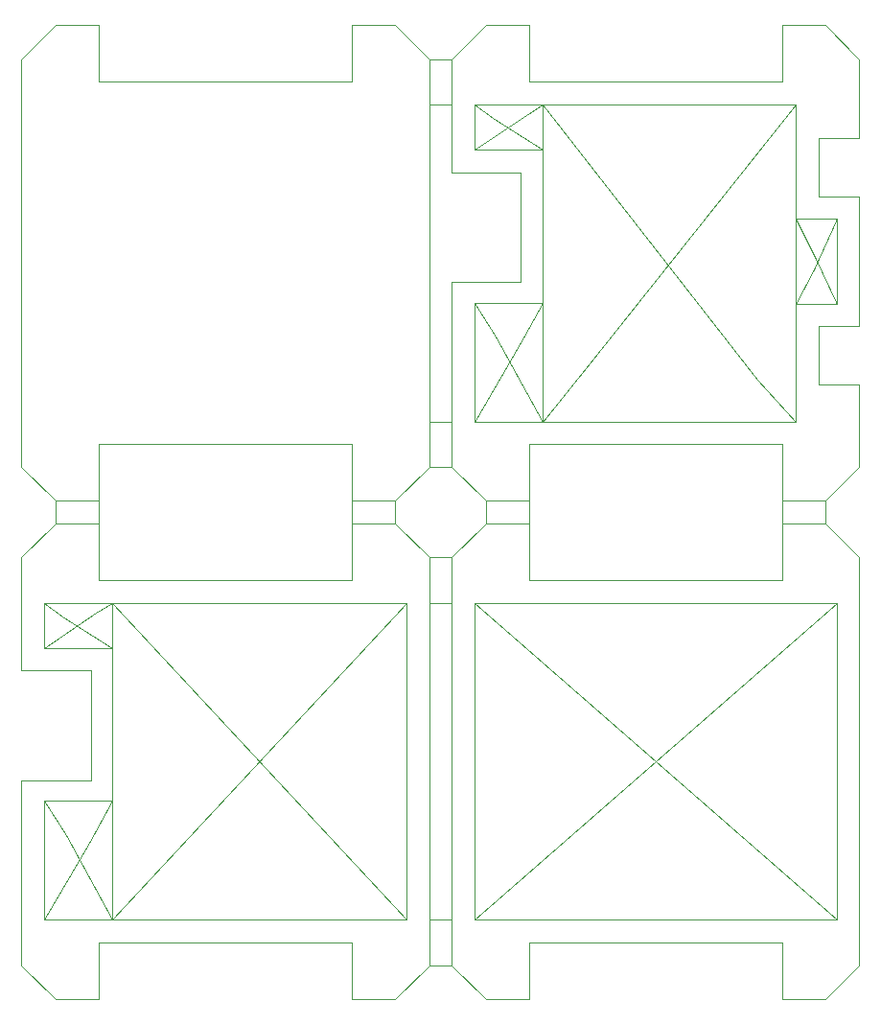
<source format=gbr>
%FSLAX34Y34*%
%MOMM*%
%LNOUTLINE*%
G71*
G01*
%ADD10C, 0.10*%
%LPD*%
G54D10*
X25000Y485000D02*
X345000Y485000D01*
X345000Y205000D01*
X25000Y205000D01*
X25000Y310000D01*
X85000Y310000D01*
X85000Y445000D01*
X25000Y445000D01*
X25000Y485000D01*
G54D10*
X405000Y485000D02*
X725000Y485000D01*
X725000Y205000D01*
X405000Y205000D01*
X405000Y485000D01*
G54D10*
X405000Y925000D02*
X689000Y925000D01*
X689000Y824000D01*
X725000Y824000D01*
X725000Y749000D01*
X689000Y749000D01*
X689000Y645000D01*
X405000Y645000D01*
X405000Y750000D01*
X465000Y750000D01*
X465000Y885000D01*
X405000Y885000D01*
X405000Y925000D01*
G54D10*
X297000Y995000D02*
X335000Y995000D01*
X365000Y965000D01*
X385000Y965000D01*
X415000Y995000D01*
X453000Y995000D01*
X453000Y945000D01*
X677000Y945000D01*
X677000Y995000D01*
X715000Y995000D01*
X745000Y965000D01*
X745000Y895000D01*
X709000Y895000D01*
X709000Y844000D01*
X745000Y844000D01*
X745000Y729000D01*
X709000Y729000D01*
X709000Y678000D01*
X745000Y678000D01*
X745000Y605000D01*
X715000Y575000D01*
X715000Y555000D01*
X745000Y525000D01*
X745000Y165000D01*
X715000Y135000D01*
X677000Y135000D01*
X677000Y185000D01*
X453000Y185000D01*
X453000Y135000D01*
X415000Y135000D01*
X385000Y165000D01*
X365000Y165000D01*
X335000Y135000D01*
X297000Y135000D01*
X297000Y185000D01*
X73000Y185000D01*
X73000Y135000D01*
X35000Y135000D01*
X5000Y165000D01*
X5000Y328000D01*
X66000Y328000D01*
X66000Y425000D01*
X5000Y425000D01*
X5000Y525000D01*
X35000Y555000D01*
X35000Y575000D01*
X5000Y605000D01*
X5000Y965000D01*
X35000Y995000D01*
X73000Y995000D01*
X73000Y945000D01*
X297000Y945000D01*
X297000Y995000D01*
G54D10*
X335000Y575000D02*
X365000Y605000D01*
X385000Y605000D01*
X415000Y575000D01*
X415000Y555000D01*
X385000Y525000D01*
X365000Y525000D01*
X335000Y555000D01*
X335000Y575000D01*
G54D10*
X453000Y625000D02*
X677000Y625000D01*
X677000Y505000D01*
X453000Y505000D01*
X453000Y625000D01*
G54D10*
X73000Y625000D02*
X297000Y625000D01*
X297000Y505000D01*
X73000Y505000D01*
X73000Y625000D01*
G54D10*
X365000Y925000D02*
X385000Y925000D01*
X385000Y865000D01*
X446000Y865000D01*
X446000Y768000D01*
X385000Y768000D01*
X385000Y645000D01*
X365000Y645000D01*
X365000Y925000D01*
G54D10*
X385000Y485000D02*
X385000Y205000D01*
X365000Y205000D01*
X365000Y485000D01*
X385000Y485000D01*
G54D10*
X35000Y575000D02*
X73000Y575000D01*
G54D10*
X35000Y555000D02*
X73000Y555000D01*
G54D10*
X335000Y575000D02*
X297000Y575000D01*
G54D10*
X335000Y555000D02*
X297000Y555000D01*
G54D10*
X415000Y575000D02*
X453000Y575000D01*
G54D10*
X415000Y555000D02*
X453000Y555000D01*
G54D10*
X715000Y575000D02*
X677000Y575000D01*
G54D10*
X715000Y555000D02*
X677000Y555000D01*
G54D10*
X365000Y645000D02*
X365000Y605000D01*
G54D10*
X385000Y645000D02*
X385000Y605000D01*
G54D10*
X365000Y925000D02*
X365000Y965000D01*
G54D10*
X385000Y925000D02*
X385000Y965000D01*
G54D10*
X365000Y485000D02*
X365000Y525000D01*
G54D10*
X385000Y485000D02*
X385000Y525000D01*
G54D10*
X365000Y205000D02*
X365000Y165000D01*
G54D10*
X385000Y205000D02*
X385000Y165000D01*
G54D10*
X465000Y750000D02*
X465000Y645000D01*
G54D10*
X405000Y750000D02*
X424000Y720000D01*
X465000Y645000D01*
X465000Y750000D01*
X445000Y713000D01*
X405000Y645000D01*
X465000Y645000D01*
X507000Y696000D01*
X689000Y925000D01*
X689000Y749000D01*
X705000Y779000D01*
X725000Y824000D01*
X689000Y824000D01*
X706000Y790000D01*
X725000Y749000D01*
X689000Y749000D01*
X689000Y645000D01*
X655000Y682000D01*
X465000Y925000D01*
X451000Y916000D01*
X405000Y885000D01*
X405000Y925000D01*
X421000Y913000D01*
X465000Y885000D01*
X465000Y925000D01*
G54D10*
X25000Y310000D02*
X44000Y280000D01*
X85000Y205000D01*
X85000Y310000D01*
X65000Y273000D01*
X25000Y205000D01*
X85000Y205000D01*
X345000Y485000D01*
X345000Y205000D01*
X85000Y485000D01*
X71000Y476000D01*
X25000Y445000D01*
X25000Y485000D01*
X41000Y473000D01*
X85000Y445000D01*
X85000Y485000D01*
G54D10*
X405000Y485000D02*
X725000Y205000D01*
X725000Y485000D01*
X405000Y205000D01*
M02*

</source>
